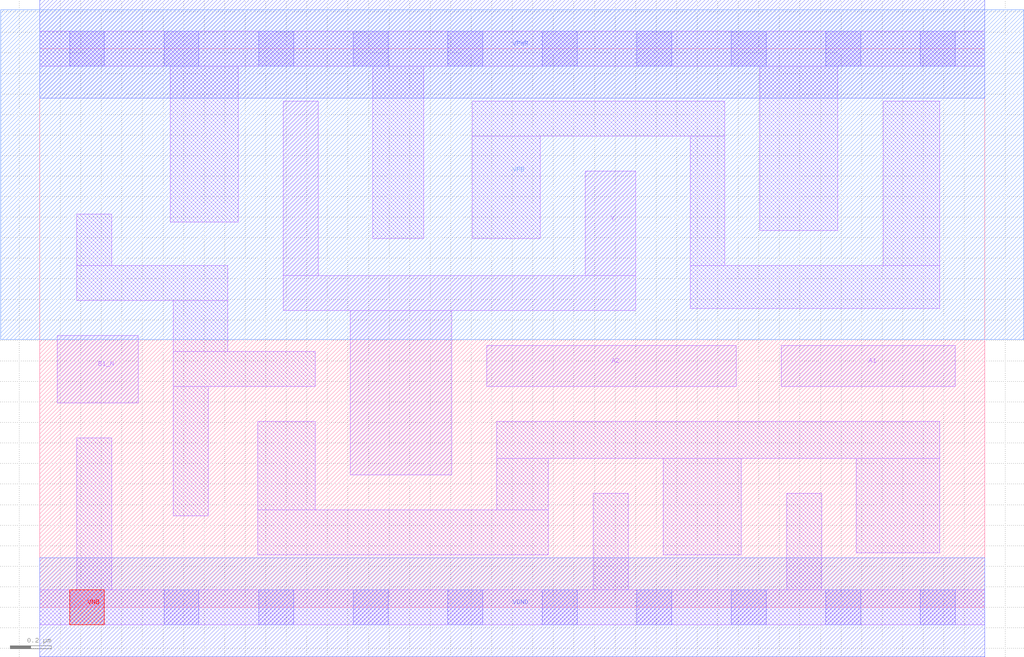
<source format=lef>
# Copyright 2020 The SkyWater PDK Authors
#
# Licensed under the Apache License, Version 2.0 (the "License");
# you may not use this file except in compliance with the License.
# You may obtain a copy of the License at
#
#     https://www.apache.org/licenses/LICENSE-2.0
#
# Unless required by applicable law or agreed to in writing, software
# distributed under the License is distributed on an "AS IS" BASIS,
# WITHOUT WARRANTIES OR CONDITIONS OF ANY KIND, either express or implied.
# See the License for the specific language governing permissions and
# limitations under the License.
#
# SPDX-License-Identifier: Apache-2.0

VERSION 5.7 ;
  NOWIREEXTENSIONATPIN ON ;
  DIVIDERCHAR "/" ;
  BUSBITCHARS "[]" ;
PROPERTYDEFINITIONS
  MACRO maskLayoutSubType STRING ;
  MACRO prCellType STRING ;
  MACRO originalViewName STRING ;
END PROPERTYDEFINITIONS
MACRO sky130_fd_sc_hdll__o21bai_2
  CLASS CORE ;
  FOREIGN sky130_fd_sc_hdll__o21bai_2 ;
  ORIGIN  0.000000  0.000000 ;
  SIZE  4.600000 BY  2.720000 ;
  SYMMETRY X Y R90 ;
  SITE unithd ;
  PIN A1
    ANTENNAGATEAREA  0.555000 ;
    DIRECTION INPUT ;
    USE SIGNAL ;
    PORT
      LAYER li1 ;
        RECT 3.610000 1.075000 4.455000 1.275000 ;
    END
  END A1
  PIN A2
    ANTENNAGATEAREA  0.555000 ;
    DIRECTION INPUT ;
    USE SIGNAL ;
    PORT
      LAYER li1 ;
        RECT 2.175000 1.075000 3.390000 1.275000 ;
    END
  END A2
  PIN B1_N
    ANTENNAGATEAREA  0.138600 ;
    DIRECTION INPUT ;
    USE SIGNAL ;
    PORT
      LAYER li1 ;
        RECT 0.085000 0.995000 0.480000 1.325000 ;
    END
  END B1_N
  PIN VGND
    ANTENNADIFFAREA  0.611200 ;
    DIRECTION INOUT ;
    USE SIGNAL ;
    PORT
      LAYER met1 ;
        RECT 0.000000 -0.240000 4.600000 0.240000 ;
    END
  END VGND
  PIN VNB
    PORT
      LAYER pwell ;
        RECT 0.145000 -0.085000 0.315000 0.085000 ;
    END
  END VNB
  PIN VPB
    PORT
      LAYER nwell ;
        RECT -0.190000 1.305000 4.790000 2.910000 ;
    END
  END VPB
  PIN VPWR
    ANTENNADIFFAREA  0.865700 ;
    DIRECTION INOUT ;
    USE SIGNAL ;
    PORT
      LAYER met1 ;
        RECT 0.000000 2.480000 4.600000 2.960000 ;
    END
  END VPWR
  PIN Y
    ANTENNADIFFAREA  0.788000 ;
    DIRECTION OUTPUT ;
    USE SIGNAL ;
    PORT
      LAYER li1 ;
        RECT 1.185000 1.445000 2.900000 1.615000 ;
        RECT 1.185000 1.615000 1.355000 2.465000 ;
        RECT 1.510000 0.645000 2.005000 1.445000 ;
        RECT 2.655000 1.615000 2.900000 2.125000 ;
    END
  END Y
  OBS
    LAYER li1 ;
      RECT 0.000000 -0.085000 4.600000 0.085000 ;
      RECT 0.000000  2.635000 4.600000 2.805000 ;
      RECT 0.180000  0.085000 0.350000 0.825000 ;
      RECT 0.180000  1.495000 0.915000 1.665000 ;
      RECT 0.180000  1.665000 0.350000 1.915000 ;
      RECT 0.635000  1.875000 0.965000 2.635000 ;
      RECT 0.650000  0.445000 0.820000 1.075000 ;
      RECT 0.650000  1.075000 1.340000 1.245000 ;
      RECT 0.650000  1.245000 0.915000 1.495000 ;
      RECT 1.060000  0.255000 2.475000 0.475000 ;
      RECT 1.060000  0.475000 1.340000 0.905000 ;
      RECT 1.620000  1.795000 1.870000 2.635000 ;
      RECT 2.105000  1.795000 2.435000 2.295000 ;
      RECT 2.105000  2.295000 3.335000 2.465000 ;
      RECT 2.225000  0.475000 2.475000 0.725000 ;
      RECT 2.225000  0.725000 4.380000 0.905000 ;
      RECT 2.695000  0.085000 2.865000 0.555000 ;
      RECT 3.035000  0.255000 3.415000 0.725000 ;
      RECT 3.165000  1.455000 4.380000 1.665000 ;
      RECT 3.165000  1.665000 3.335000 2.295000 ;
      RECT 3.505000  1.835000 3.885000 2.635000 ;
      RECT 3.635000  0.085000 3.805000 0.555000 ;
      RECT 3.975000  0.265000 4.380000 0.725000 ;
      RECT 4.105000  1.665000 4.380000 2.465000 ;
    LAYER mcon ;
      RECT 0.145000 -0.085000 0.315000 0.085000 ;
      RECT 0.145000  2.635000 0.315000 2.805000 ;
      RECT 0.605000 -0.085000 0.775000 0.085000 ;
      RECT 0.605000  2.635000 0.775000 2.805000 ;
      RECT 1.065000 -0.085000 1.235000 0.085000 ;
      RECT 1.065000  2.635000 1.235000 2.805000 ;
      RECT 1.525000 -0.085000 1.695000 0.085000 ;
      RECT 1.525000  2.635000 1.695000 2.805000 ;
      RECT 1.985000 -0.085000 2.155000 0.085000 ;
      RECT 1.985000  2.635000 2.155000 2.805000 ;
      RECT 2.445000 -0.085000 2.615000 0.085000 ;
      RECT 2.445000  2.635000 2.615000 2.805000 ;
      RECT 2.905000 -0.085000 3.075000 0.085000 ;
      RECT 2.905000  2.635000 3.075000 2.805000 ;
      RECT 3.365000 -0.085000 3.535000 0.085000 ;
      RECT 3.365000  2.635000 3.535000 2.805000 ;
      RECT 3.825000 -0.085000 3.995000 0.085000 ;
      RECT 3.825000  2.635000 3.995000 2.805000 ;
      RECT 4.285000 -0.085000 4.455000 0.085000 ;
      RECT 4.285000  2.635000 4.455000 2.805000 ;
  END
  PROPERTY maskLayoutSubType "abstract" ;
  PROPERTY prCellType "standard" ;
  PROPERTY originalViewName "layout" ;
END sky130_fd_sc_hdll__o21bai_2
END LIBRARY

</source>
